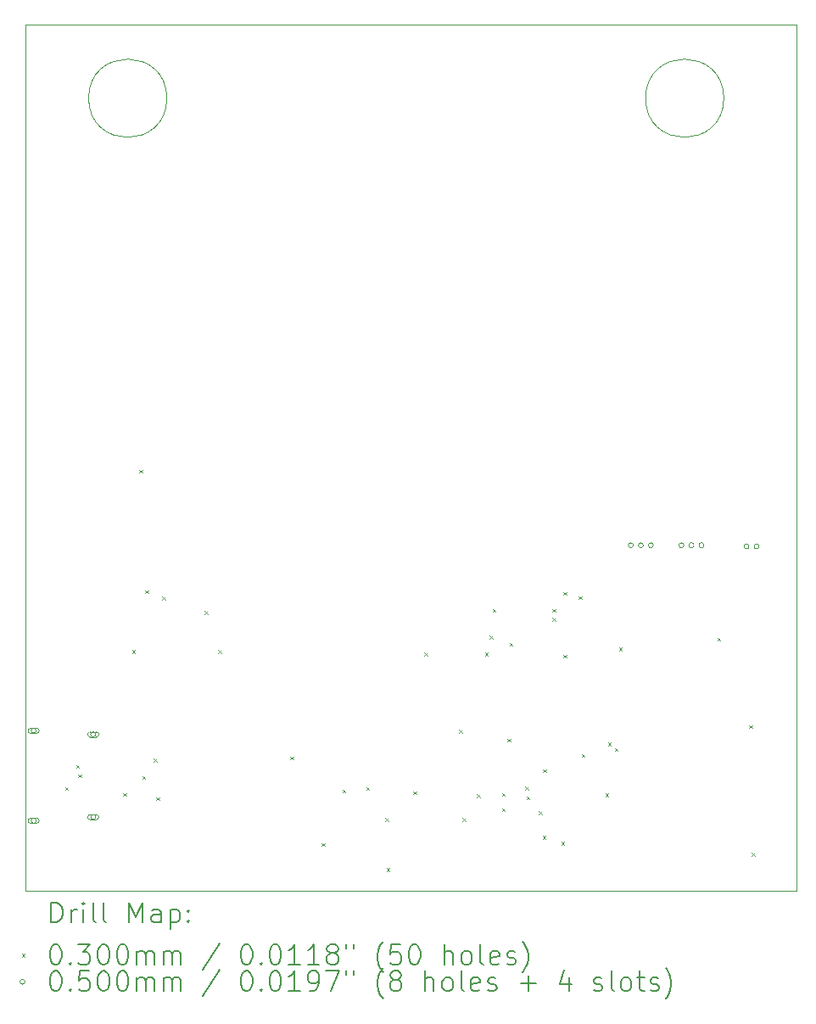
<source format=gbr>
%TF.GenerationSoftware,KiCad,Pcbnew,8.0.6-8.0.6-0~ubuntu22.04.1*%
%TF.CreationDate,2024-12-08T13:18:47-05:00*%
%TF.ProjectId,badge,62616467-652e-46b6-9963-61645f706362,rev?*%
%TF.SameCoordinates,Original*%
%TF.FileFunction,Drillmap*%
%TF.FilePolarity,Positive*%
%FSLAX45Y45*%
G04 Gerber Fmt 4.5, Leading zero omitted, Abs format (unit mm)*
G04 Created by KiCad (PCBNEW 8.0.6-8.0.6-0~ubuntu22.04.1) date 2024-12-08 13:18:47*
%MOMM*%
%LPD*%
G01*
G04 APERTURE LIST*
%ADD10C,0.050000*%
%ADD11C,0.200000*%
%ADD12C,0.100000*%
G04 APERTURE END LIST*
D10*
X11476640Y-5761360D02*
X19176640Y-5761360D01*
X19176640Y-14411360D01*
X11476640Y-14411360D01*
X11476640Y-5761360D01*
X18450000Y-6500000D02*
G75*
G02*
X17668975Y-6500000I-390513J0D01*
G01*
X17668975Y-6500000D02*
G75*
G02*
X18450000Y-6500000I390513J0D01*
G01*
X12890512Y-6500000D02*
G75*
G02*
X12109487Y-6500000I-390513J0D01*
G01*
X12109487Y-6500000D02*
G75*
G02*
X12890512Y-6500000I390513J0D01*
G01*
D11*
D12*
X11875000Y-13375000D02*
X11905000Y-13405000D01*
X11905000Y-13375000D02*
X11875000Y-13405000D01*
X11985000Y-13155000D02*
X12015000Y-13185000D01*
X12015000Y-13155000D02*
X11985000Y-13185000D01*
X12006360Y-13246360D02*
X12036360Y-13276360D01*
X12036360Y-13246360D02*
X12006360Y-13276360D01*
X12455000Y-13435000D02*
X12485000Y-13465000D01*
X12485000Y-13435000D02*
X12455000Y-13465000D01*
X12545400Y-12006940D02*
X12575400Y-12036940D01*
X12575400Y-12006940D02*
X12545400Y-12036940D01*
X12614450Y-10209510D02*
X12644450Y-10239510D01*
X12644450Y-10209510D02*
X12614450Y-10239510D01*
X12645000Y-13265000D02*
X12675000Y-13295000D01*
X12675000Y-13265000D02*
X12645000Y-13295000D01*
X12676390Y-11410520D02*
X12706390Y-11440520D01*
X12706390Y-11410520D02*
X12676390Y-11440520D01*
X12761670Y-13090500D02*
X12791670Y-13120500D01*
X12791670Y-13090500D02*
X12761670Y-13120500D01*
X12785000Y-13475000D02*
X12815000Y-13505000D01*
X12815000Y-13475000D02*
X12785000Y-13505000D01*
X12843600Y-11475530D02*
X12873600Y-11505530D01*
X12873600Y-11475530D02*
X12843600Y-11505530D01*
X13267440Y-11619580D02*
X13297440Y-11649580D01*
X13297440Y-11619580D02*
X13267440Y-11649580D01*
X13403780Y-12006940D02*
X13433780Y-12036940D01*
X13433780Y-12006940D02*
X13403780Y-12036940D01*
X14122000Y-13070860D02*
X14152000Y-13100860D01*
X14152000Y-13070860D02*
X14122000Y-13100860D01*
X14435000Y-13935000D02*
X14465000Y-13965000D01*
X14465000Y-13935000D02*
X14435000Y-13965000D01*
X14642000Y-13399680D02*
X14672000Y-13429680D01*
X14672000Y-13399680D02*
X14642000Y-13429680D01*
X14878520Y-13372740D02*
X14908520Y-13402740D01*
X14908520Y-13372740D02*
X14878520Y-13402740D01*
X15070390Y-13685040D02*
X15100390Y-13715040D01*
X15100390Y-13685040D02*
X15070390Y-13715040D01*
X15085000Y-14185000D02*
X15115000Y-14215000D01*
X15115000Y-14185000D02*
X15085000Y-14215000D01*
X15349490Y-13417220D02*
X15379490Y-13447220D01*
X15379490Y-13417220D02*
X15349490Y-13447220D01*
X15459500Y-12034200D02*
X15489500Y-12064200D01*
X15489500Y-12034200D02*
X15459500Y-12064200D01*
X15807530Y-12803170D02*
X15837530Y-12833170D01*
X15837530Y-12803170D02*
X15807530Y-12833170D01*
X15843170Y-13685040D02*
X15873170Y-13715040D01*
X15873170Y-13685040D02*
X15843170Y-13715040D01*
X15986360Y-13445080D02*
X16016360Y-13475080D01*
X16016360Y-13445080D02*
X15986360Y-13475080D01*
X16067500Y-12034200D02*
X16097500Y-12064200D01*
X16097500Y-12034200D02*
X16067500Y-12064200D01*
X16111590Y-11863540D02*
X16141590Y-11893540D01*
X16141590Y-11863540D02*
X16111590Y-11893540D01*
X16143160Y-11595760D02*
X16173160Y-11625760D01*
X16173160Y-11595760D02*
X16143160Y-11625760D01*
X16235000Y-13435000D02*
X16265000Y-13465000D01*
X16265000Y-13435000D02*
X16235000Y-13465000D01*
X16235000Y-13585000D02*
X16265000Y-13615000D01*
X16265000Y-13585000D02*
X16235000Y-13615000D01*
X16290830Y-12892070D02*
X16320830Y-12922070D01*
X16320830Y-12892070D02*
X16290830Y-12922070D01*
X16309680Y-11933850D02*
X16339680Y-11963850D01*
X16339680Y-11933850D02*
X16309680Y-11963850D01*
X16468770Y-13368780D02*
X16498770Y-13398780D01*
X16498770Y-13368780D02*
X16468770Y-13398780D01*
X16482020Y-13468720D02*
X16512020Y-13498720D01*
X16512020Y-13468720D02*
X16482020Y-13498720D01*
X16603090Y-13617670D02*
X16633090Y-13647670D01*
X16633090Y-13617670D02*
X16603090Y-13647670D01*
X16642000Y-13859180D02*
X16672000Y-13889180D01*
X16672000Y-13859180D02*
X16642000Y-13889180D01*
X16644600Y-13194830D02*
X16674600Y-13224830D01*
X16674600Y-13194830D02*
X16644600Y-13224830D01*
X16737000Y-11595760D02*
X16767000Y-11625760D01*
X16767000Y-11595760D02*
X16737000Y-11625760D01*
X16737020Y-11683470D02*
X16767020Y-11713470D01*
X16767020Y-11683470D02*
X16737020Y-11713470D01*
X16827130Y-13919350D02*
X16857130Y-13949350D01*
X16857130Y-13919350D02*
X16827130Y-13949350D01*
X16847270Y-12053930D02*
X16877270Y-12083930D01*
X16877270Y-12053930D02*
X16847270Y-12083930D01*
X16850520Y-11427060D02*
X16880520Y-11457060D01*
X16880520Y-11427060D02*
X16850520Y-11457060D01*
X17003270Y-11467770D02*
X17033270Y-11497770D01*
X17033270Y-11467770D02*
X17003270Y-11497770D01*
X17032080Y-13045980D02*
X17062080Y-13075980D01*
X17062080Y-13045980D02*
X17032080Y-13075980D01*
X17268710Y-13437370D02*
X17298710Y-13467370D01*
X17298710Y-13437370D02*
X17268710Y-13467370D01*
X17294530Y-12932260D02*
X17324530Y-12962260D01*
X17324530Y-12932260D02*
X17294530Y-12962260D01*
X17361270Y-12983280D02*
X17391270Y-13013280D01*
X17391270Y-12983280D02*
X17361270Y-13013280D01*
X17402400Y-11980790D02*
X17432400Y-12010790D01*
X17432400Y-11980790D02*
X17402400Y-12010790D01*
X18385000Y-11885000D02*
X18415000Y-11915000D01*
X18415000Y-11885000D02*
X18385000Y-11915000D01*
X18703140Y-12757360D02*
X18733140Y-12787360D01*
X18733140Y-12757360D02*
X18703140Y-12787360D01*
X18726390Y-14030350D02*
X18756390Y-14060350D01*
X18756390Y-14030350D02*
X18726390Y-14060350D01*
X11585640Y-12812360D02*
G75*
G02*
X11535640Y-12812360I-25000J0D01*
G01*
X11535640Y-12812360D02*
G75*
G02*
X11585640Y-12812360I25000J0D01*
G01*
X11590640Y-12787360D02*
X11530640Y-12787360D01*
X11530640Y-12837360D02*
G75*
G02*
X11530640Y-12787360I0J25000D01*
G01*
X11530640Y-12837360D02*
X11590640Y-12837360D01*
X11590640Y-12837360D02*
G75*
G03*
X11590640Y-12787360I0J25000D01*
G01*
X11585640Y-13710360D02*
G75*
G02*
X11535640Y-13710360I-25000J0D01*
G01*
X11535640Y-13710360D02*
G75*
G02*
X11585640Y-13710360I25000J0D01*
G01*
X11590640Y-13685360D02*
X11530640Y-13685360D01*
X11530640Y-13735360D02*
G75*
G02*
X11530640Y-13685360I0J25000D01*
G01*
X11530640Y-13735360D02*
X11590640Y-13735360D01*
X11590640Y-13735360D02*
G75*
G03*
X11590640Y-13685360I0J25000D01*
G01*
X12180640Y-12848360D02*
G75*
G02*
X12130640Y-12848360I-25000J0D01*
G01*
X12130640Y-12848360D02*
G75*
G02*
X12180640Y-12848360I25000J0D01*
G01*
X12185640Y-12823360D02*
X12125640Y-12823360D01*
X12125640Y-12873360D02*
G75*
G02*
X12125640Y-12823360I0J25000D01*
G01*
X12125640Y-12873360D02*
X12185640Y-12873360D01*
X12185640Y-12873360D02*
G75*
G03*
X12185640Y-12823360I0J25000D01*
G01*
X12180640Y-13674360D02*
G75*
G02*
X12130640Y-13674360I-25000J0D01*
G01*
X12130640Y-13674360D02*
G75*
G02*
X12180640Y-13674360I25000J0D01*
G01*
X12185640Y-13649360D02*
X12125640Y-13649360D01*
X12125640Y-13699360D02*
G75*
G02*
X12125640Y-13649360I0J25000D01*
G01*
X12125640Y-13699360D02*
X12185640Y-13699360D01*
X12185640Y-13699360D02*
G75*
G03*
X12185640Y-13649360I0J25000D01*
G01*
X17546640Y-10961360D02*
G75*
G02*
X17496640Y-10961360I-25000J0D01*
G01*
X17496640Y-10961360D02*
G75*
G02*
X17546640Y-10961360I25000J0D01*
G01*
X17646640Y-10961360D02*
G75*
G02*
X17596640Y-10961360I-25000J0D01*
G01*
X17596640Y-10961360D02*
G75*
G02*
X17646640Y-10961360I25000J0D01*
G01*
X17746640Y-10961360D02*
G75*
G02*
X17696640Y-10961360I-25000J0D01*
G01*
X17696640Y-10961360D02*
G75*
G02*
X17746640Y-10961360I25000J0D01*
G01*
X18051640Y-10961360D02*
G75*
G02*
X18001640Y-10961360I-25000J0D01*
G01*
X18001640Y-10961360D02*
G75*
G02*
X18051640Y-10961360I25000J0D01*
G01*
X18151640Y-10961360D02*
G75*
G02*
X18101640Y-10961360I-25000J0D01*
G01*
X18101640Y-10961360D02*
G75*
G02*
X18151640Y-10961360I25000J0D01*
G01*
X18251640Y-10961360D02*
G75*
G02*
X18201640Y-10961360I-25000J0D01*
G01*
X18201640Y-10961360D02*
G75*
G02*
X18251640Y-10961360I25000J0D01*
G01*
X18701640Y-10973860D02*
G75*
G02*
X18651640Y-10973860I-25000J0D01*
G01*
X18651640Y-10973860D02*
G75*
G02*
X18701640Y-10973860I25000J0D01*
G01*
X18801640Y-10973860D02*
G75*
G02*
X18751640Y-10973860I-25000J0D01*
G01*
X18751640Y-10973860D02*
G75*
G02*
X18801640Y-10973860I25000J0D01*
G01*
D11*
X11734917Y-14725344D02*
X11734917Y-14525344D01*
X11734917Y-14525344D02*
X11782536Y-14525344D01*
X11782536Y-14525344D02*
X11811107Y-14534868D01*
X11811107Y-14534868D02*
X11830155Y-14553915D01*
X11830155Y-14553915D02*
X11839679Y-14572963D01*
X11839679Y-14572963D02*
X11849202Y-14611058D01*
X11849202Y-14611058D02*
X11849202Y-14639630D01*
X11849202Y-14639630D02*
X11839679Y-14677725D01*
X11839679Y-14677725D02*
X11830155Y-14696772D01*
X11830155Y-14696772D02*
X11811107Y-14715820D01*
X11811107Y-14715820D02*
X11782536Y-14725344D01*
X11782536Y-14725344D02*
X11734917Y-14725344D01*
X11934917Y-14725344D02*
X11934917Y-14592010D01*
X11934917Y-14630106D02*
X11944441Y-14611058D01*
X11944441Y-14611058D02*
X11953964Y-14601534D01*
X11953964Y-14601534D02*
X11973012Y-14592010D01*
X11973012Y-14592010D02*
X11992060Y-14592010D01*
X12058726Y-14725344D02*
X12058726Y-14592010D01*
X12058726Y-14525344D02*
X12049202Y-14534868D01*
X12049202Y-14534868D02*
X12058726Y-14544391D01*
X12058726Y-14544391D02*
X12068250Y-14534868D01*
X12068250Y-14534868D02*
X12058726Y-14525344D01*
X12058726Y-14525344D02*
X12058726Y-14544391D01*
X12182536Y-14725344D02*
X12163488Y-14715820D01*
X12163488Y-14715820D02*
X12153964Y-14696772D01*
X12153964Y-14696772D02*
X12153964Y-14525344D01*
X12287298Y-14725344D02*
X12268250Y-14715820D01*
X12268250Y-14715820D02*
X12258726Y-14696772D01*
X12258726Y-14696772D02*
X12258726Y-14525344D01*
X12515869Y-14725344D02*
X12515869Y-14525344D01*
X12515869Y-14525344D02*
X12582536Y-14668201D01*
X12582536Y-14668201D02*
X12649202Y-14525344D01*
X12649202Y-14525344D02*
X12649202Y-14725344D01*
X12830155Y-14725344D02*
X12830155Y-14620582D01*
X12830155Y-14620582D02*
X12820631Y-14601534D01*
X12820631Y-14601534D02*
X12801583Y-14592010D01*
X12801583Y-14592010D02*
X12763488Y-14592010D01*
X12763488Y-14592010D02*
X12744441Y-14601534D01*
X12830155Y-14715820D02*
X12811107Y-14725344D01*
X12811107Y-14725344D02*
X12763488Y-14725344D01*
X12763488Y-14725344D02*
X12744441Y-14715820D01*
X12744441Y-14715820D02*
X12734917Y-14696772D01*
X12734917Y-14696772D02*
X12734917Y-14677725D01*
X12734917Y-14677725D02*
X12744441Y-14658677D01*
X12744441Y-14658677D02*
X12763488Y-14649153D01*
X12763488Y-14649153D02*
X12811107Y-14649153D01*
X12811107Y-14649153D02*
X12830155Y-14639630D01*
X12925393Y-14592010D02*
X12925393Y-14792010D01*
X12925393Y-14601534D02*
X12944441Y-14592010D01*
X12944441Y-14592010D02*
X12982536Y-14592010D01*
X12982536Y-14592010D02*
X13001583Y-14601534D01*
X13001583Y-14601534D02*
X13011107Y-14611058D01*
X13011107Y-14611058D02*
X13020631Y-14630106D01*
X13020631Y-14630106D02*
X13020631Y-14687249D01*
X13020631Y-14687249D02*
X13011107Y-14706296D01*
X13011107Y-14706296D02*
X13001583Y-14715820D01*
X13001583Y-14715820D02*
X12982536Y-14725344D01*
X12982536Y-14725344D02*
X12944441Y-14725344D01*
X12944441Y-14725344D02*
X12925393Y-14715820D01*
X13106345Y-14706296D02*
X13115869Y-14715820D01*
X13115869Y-14715820D02*
X13106345Y-14725344D01*
X13106345Y-14725344D02*
X13096822Y-14715820D01*
X13096822Y-14715820D02*
X13106345Y-14706296D01*
X13106345Y-14706296D02*
X13106345Y-14725344D01*
X13106345Y-14601534D02*
X13115869Y-14611058D01*
X13115869Y-14611058D02*
X13106345Y-14620582D01*
X13106345Y-14620582D02*
X13096822Y-14611058D01*
X13096822Y-14611058D02*
X13106345Y-14601534D01*
X13106345Y-14601534D02*
X13106345Y-14620582D01*
D12*
X11444140Y-15038860D02*
X11474140Y-15068860D01*
X11474140Y-15038860D02*
X11444140Y-15068860D01*
D11*
X11773012Y-14945344D02*
X11792060Y-14945344D01*
X11792060Y-14945344D02*
X11811107Y-14954868D01*
X11811107Y-14954868D02*
X11820631Y-14964391D01*
X11820631Y-14964391D02*
X11830155Y-14983439D01*
X11830155Y-14983439D02*
X11839679Y-15021534D01*
X11839679Y-15021534D02*
X11839679Y-15069153D01*
X11839679Y-15069153D02*
X11830155Y-15107249D01*
X11830155Y-15107249D02*
X11820631Y-15126296D01*
X11820631Y-15126296D02*
X11811107Y-15135820D01*
X11811107Y-15135820D02*
X11792060Y-15145344D01*
X11792060Y-15145344D02*
X11773012Y-15145344D01*
X11773012Y-15145344D02*
X11753964Y-15135820D01*
X11753964Y-15135820D02*
X11744441Y-15126296D01*
X11744441Y-15126296D02*
X11734917Y-15107249D01*
X11734917Y-15107249D02*
X11725393Y-15069153D01*
X11725393Y-15069153D02*
X11725393Y-15021534D01*
X11725393Y-15021534D02*
X11734917Y-14983439D01*
X11734917Y-14983439D02*
X11744441Y-14964391D01*
X11744441Y-14964391D02*
X11753964Y-14954868D01*
X11753964Y-14954868D02*
X11773012Y-14945344D01*
X11925393Y-15126296D02*
X11934917Y-15135820D01*
X11934917Y-15135820D02*
X11925393Y-15145344D01*
X11925393Y-15145344D02*
X11915869Y-15135820D01*
X11915869Y-15135820D02*
X11925393Y-15126296D01*
X11925393Y-15126296D02*
X11925393Y-15145344D01*
X12001583Y-14945344D02*
X12125393Y-14945344D01*
X12125393Y-14945344D02*
X12058726Y-15021534D01*
X12058726Y-15021534D02*
X12087298Y-15021534D01*
X12087298Y-15021534D02*
X12106345Y-15031058D01*
X12106345Y-15031058D02*
X12115869Y-15040582D01*
X12115869Y-15040582D02*
X12125393Y-15059630D01*
X12125393Y-15059630D02*
X12125393Y-15107249D01*
X12125393Y-15107249D02*
X12115869Y-15126296D01*
X12115869Y-15126296D02*
X12106345Y-15135820D01*
X12106345Y-15135820D02*
X12087298Y-15145344D01*
X12087298Y-15145344D02*
X12030155Y-15145344D01*
X12030155Y-15145344D02*
X12011107Y-15135820D01*
X12011107Y-15135820D02*
X12001583Y-15126296D01*
X12249202Y-14945344D02*
X12268250Y-14945344D01*
X12268250Y-14945344D02*
X12287298Y-14954868D01*
X12287298Y-14954868D02*
X12296822Y-14964391D01*
X12296822Y-14964391D02*
X12306345Y-14983439D01*
X12306345Y-14983439D02*
X12315869Y-15021534D01*
X12315869Y-15021534D02*
X12315869Y-15069153D01*
X12315869Y-15069153D02*
X12306345Y-15107249D01*
X12306345Y-15107249D02*
X12296822Y-15126296D01*
X12296822Y-15126296D02*
X12287298Y-15135820D01*
X12287298Y-15135820D02*
X12268250Y-15145344D01*
X12268250Y-15145344D02*
X12249202Y-15145344D01*
X12249202Y-15145344D02*
X12230155Y-15135820D01*
X12230155Y-15135820D02*
X12220631Y-15126296D01*
X12220631Y-15126296D02*
X12211107Y-15107249D01*
X12211107Y-15107249D02*
X12201583Y-15069153D01*
X12201583Y-15069153D02*
X12201583Y-15021534D01*
X12201583Y-15021534D02*
X12211107Y-14983439D01*
X12211107Y-14983439D02*
X12220631Y-14964391D01*
X12220631Y-14964391D02*
X12230155Y-14954868D01*
X12230155Y-14954868D02*
X12249202Y-14945344D01*
X12439679Y-14945344D02*
X12458726Y-14945344D01*
X12458726Y-14945344D02*
X12477774Y-14954868D01*
X12477774Y-14954868D02*
X12487298Y-14964391D01*
X12487298Y-14964391D02*
X12496822Y-14983439D01*
X12496822Y-14983439D02*
X12506345Y-15021534D01*
X12506345Y-15021534D02*
X12506345Y-15069153D01*
X12506345Y-15069153D02*
X12496822Y-15107249D01*
X12496822Y-15107249D02*
X12487298Y-15126296D01*
X12487298Y-15126296D02*
X12477774Y-15135820D01*
X12477774Y-15135820D02*
X12458726Y-15145344D01*
X12458726Y-15145344D02*
X12439679Y-15145344D01*
X12439679Y-15145344D02*
X12420631Y-15135820D01*
X12420631Y-15135820D02*
X12411107Y-15126296D01*
X12411107Y-15126296D02*
X12401583Y-15107249D01*
X12401583Y-15107249D02*
X12392060Y-15069153D01*
X12392060Y-15069153D02*
X12392060Y-15021534D01*
X12392060Y-15021534D02*
X12401583Y-14983439D01*
X12401583Y-14983439D02*
X12411107Y-14964391D01*
X12411107Y-14964391D02*
X12420631Y-14954868D01*
X12420631Y-14954868D02*
X12439679Y-14945344D01*
X12592060Y-15145344D02*
X12592060Y-15012010D01*
X12592060Y-15031058D02*
X12601583Y-15021534D01*
X12601583Y-15021534D02*
X12620631Y-15012010D01*
X12620631Y-15012010D02*
X12649203Y-15012010D01*
X12649203Y-15012010D02*
X12668250Y-15021534D01*
X12668250Y-15021534D02*
X12677774Y-15040582D01*
X12677774Y-15040582D02*
X12677774Y-15145344D01*
X12677774Y-15040582D02*
X12687298Y-15021534D01*
X12687298Y-15021534D02*
X12706345Y-15012010D01*
X12706345Y-15012010D02*
X12734917Y-15012010D01*
X12734917Y-15012010D02*
X12753964Y-15021534D01*
X12753964Y-15021534D02*
X12763488Y-15040582D01*
X12763488Y-15040582D02*
X12763488Y-15145344D01*
X12858726Y-15145344D02*
X12858726Y-15012010D01*
X12858726Y-15031058D02*
X12868250Y-15021534D01*
X12868250Y-15021534D02*
X12887298Y-15012010D01*
X12887298Y-15012010D02*
X12915869Y-15012010D01*
X12915869Y-15012010D02*
X12934917Y-15021534D01*
X12934917Y-15021534D02*
X12944441Y-15040582D01*
X12944441Y-15040582D02*
X12944441Y-15145344D01*
X12944441Y-15040582D02*
X12953964Y-15021534D01*
X12953964Y-15021534D02*
X12973012Y-15012010D01*
X12973012Y-15012010D02*
X13001583Y-15012010D01*
X13001583Y-15012010D02*
X13020631Y-15021534D01*
X13020631Y-15021534D02*
X13030155Y-15040582D01*
X13030155Y-15040582D02*
X13030155Y-15145344D01*
X13420631Y-14935820D02*
X13249203Y-15192963D01*
X13677774Y-14945344D02*
X13696822Y-14945344D01*
X13696822Y-14945344D02*
X13715869Y-14954868D01*
X13715869Y-14954868D02*
X13725393Y-14964391D01*
X13725393Y-14964391D02*
X13734917Y-14983439D01*
X13734917Y-14983439D02*
X13744441Y-15021534D01*
X13744441Y-15021534D02*
X13744441Y-15069153D01*
X13744441Y-15069153D02*
X13734917Y-15107249D01*
X13734917Y-15107249D02*
X13725393Y-15126296D01*
X13725393Y-15126296D02*
X13715869Y-15135820D01*
X13715869Y-15135820D02*
X13696822Y-15145344D01*
X13696822Y-15145344D02*
X13677774Y-15145344D01*
X13677774Y-15145344D02*
X13658726Y-15135820D01*
X13658726Y-15135820D02*
X13649203Y-15126296D01*
X13649203Y-15126296D02*
X13639679Y-15107249D01*
X13639679Y-15107249D02*
X13630155Y-15069153D01*
X13630155Y-15069153D02*
X13630155Y-15021534D01*
X13630155Y-15021534D02*
X13639679Y-14983439D01*
X13639679Y-14983439D02*
X13649203Y-14964391D01*
X13649203Y-14964391D02*
X13658726Y-14954868D01*
X13658726Y-14954868D02*
X13677774Y-14945344D01*
X13830155Y-15126296D02*
X13839679Y-15135820D01*
X13839679Y-15135820D02*
X13830155Y-15145344D01*
X13830155Y-15145344D02*
X13820631Y-15135820D01*
X13820631Y-15135820D02*
X13830155Y-15126296D01*
X13830155Y-15126296D02*
X13830155Y-15145344D01*
X13963488Y-14945344D02*
X13982536Y-14945344D01*
X13982536Y-14945344D02*
X14001584Y-14954868D01*
X14001584Y-14954868D02*
X14011107Y-14964391D01*
X14011107Y-14964391D02*
X14020631Y-14983439D01*
X14020631Y-14983439D02*
X14030155Y-15021534D01*
X14030155Y-15021534D02*
X14030155Y-15069153D01*
X14030155Y-15069153D02*
X14020631Y-15107249D01*
X14020631Y-15107249D02*
X14011107Y-15126296D01*
X14011107Y-15126296D02*
X14001584Y-15135820D01*
X14001584Y-15135820D02*
X13982536Y-15145344D01*
X13982536Y-15145344D02*
X13963488Y-15145344D01*
X13963488Y-15145344D02*
X13944441Y-15135820D01*
X13944441Y-15135820D02*
X13934917Y-15126296D01*
X13934917Y-15126296D02*
X13925393Y-15107249D01*
X13925393Y-15107249D02*
X13915869Y-15069153D01*
X13915869Y-15069153D02*
X13915869Y-15021534D01*
X13915869Y-15021534D02*
X13925393Y-14983439D01*
X13925393Y-14983439D02*
X13934917Y-14964391D01*
X13934917Y-14964391D02*
X13944441Y-14954868D01*
X13944441Y-14954868D02*
X13963488Y-14945344D01*
X14220631Y-15145344D02*
X14106346Y-15145344D01*
X14163488Y-15145344D02*
X14163488Y-14945344D01*
X14163488Y-14945344D02*
X14144441Y-14973915D01*
X14144441Y-14973915D02*
X14125393Y-14992963D01*
X14125393Y-14992963D02*
X14106346Y-15002487D01*
X14411107Y-15145344D02*
X14296822Y-15145344D01*
X14353965Y-15145344D02*
X14353965Y-14945344D01*
X14353965Y-14945344D02*
X14334917Y-14973915D01*
X14334917Y-14973915D02*
X14315869Y-14992963D01*
X14315869Y-14992963D02*
X14296822Y-15002487D01*
X14525393Y-15031058D02*
X14506346Y-15021534D01*
X14506346Y-15021534D02*
X14496822Y-15012010D01*
X14496822Y-15012010D02*
X14487298Y-14992963D01*
X14487298Y-14992963D02*
X14487298Y-14983439D01*
X14487298Y-14983439D02*
X14496822Y-14964391D01*
X14496822Y-14964391D02*
X14506346Y-14954868D01*
X14506346Y-14954868D02*
X14525393Y-14945344D01*
X14525393Y-14945344D02*
X14563488Y-14945344D01*
X14563488Y-14945344D02*
X14582536Y-14954868D01*
X14582536Y-14954868D02*
X14592060Y-14964391D01*
X14592060Y-14964391D02*
X14601584Y-14983439D01*
X14601584Y-14983439D02*
X14601584Y-14992963D01*
X14601584Y-14992963D02*
X14592060Y-15012010D01*
X14592060Y-15012010D02*
X14582536Y-15021534D01*
X14582536Y-15021534D02*
X14563488Y-15031058D01*
X14563488Y-15031058D02*
X14525393Y-15031058D01*
X14525393Y-15031058D02*
X14506346Y-15040582D01*
X14506346Y-15040582D02*
X14496822Y-15050106D01*
X14496822Y-15050106D02*
X14487298Y-15069153D01*
X14487298Y-15069153D02*
X14487298Y-15107249D01*
X14487298Y-15107249D02*
X14496822Y-15126296D01*
X14496822Y-15126296D02*
X14506346Y-15135820D01*
X14506346Y-15135820D02*
X14525393Y-15145344D01*
X14525393Y-15145344D02*
X14563488Y-15145344D01*
X14563488Y-15145344D02*
X14582536Y-15135820D01*
X14582536Y-15135820D02*
X14592060Y-15126296D01*
X14592060Y-15126296D02*
X14601584Y-15107249D01*
X14601584Y-15107249D02*
X14601584Y-15069153D01*
X14601584Y-15069153D02*
X14592060Y-15050106D01*
X14592060Y-15050106D02*
X14582536Y-15040582D01*
X14582536Y-15040582D02*
X14563488Y-15031058D01*
X14677774Y-14945344D02*
X14677774Y-14983439D01*
X14753965Y-14945344D02*
X14753965Y-14983439D01*
X15049203Y-15221534D02*
X15039679Y-15212010D01*
X15039679Y-15212010D02*
X15020631Y-15183439D01*
X15020631Y-15183439D02*
X15011108Y-15164391D01*
X15011108Y-15164391D02*
X15001584Y-15135820D01*
X15001584Y-15135820D02*
X14992060Y-15088201D01*
X14992060Y-15088201D02*
X14992060Y-15050106D01*
X14992060Y-15050106D02*
X15001584Y-15002487D01*
X15001584Y-15002487D02*
X15011108Y-14973915D01*
X15011108Y-14973915D02*
X15020631Y-14954868D01*
X15020631Y-14954868D02*
X15039679Y-14926296D01*
X15039679Y-14926296D02*
X15049203Y-14916772D01*
X15220631Y-14945344D02*
X15125393Y-14945344D01*
X15125393Y-14945344D02*
X15115869Y-15040582D01*
X15115869Y-15040582D02*
X15125393Y-15031058D01*
X15125393Y-15031058D02*
X15144441Y-15021534D01*
X15144441Y-15021534D02*
X15192060Y-15021534D01*
X15192060Y-15021534D02*
X15211108Y-15031058D01*
X15211108Y-15031058D02*
X15220631Y-15040582D01*
X15220631Y-15040582D02*
X15230155Y-15059630D01*
X15230155Y-15059630D02*
X15230155Y-15107249D01*
X15230155Y-15107249D02*
X15220631Y-15126296D01*
X15220631Y-15126296D02*
X15211108Y-15135820D01*
X15211108Y-15135820D02*
X15192060Y-15145344D01*
X15192060Y-15145344D02*
X15144441Y-15145344D01*
X15144441Y-15145344D02*
X15125393Y-15135820D01*
X15125393Y-15135820D02*
X15115869Y-15126296D01*
X15353965Y-14945344D02*
X15373012Y-14945344D01*
X15373012Y-14945344D02*
X15392060Y-14954868D01*
X15392060Y-14954868D02*
X15401584Y-14964391D01*
X15401584Y-14964391D02*
X15411108Y-14983439D01*
X15411108Y-14983439D02*
X15420631Y-15021534D01*
X15420631Y-15021534D02*
X15420631Y-15069153D01*
X15420631Y-15069153D02*
X15411108Y-15107249D01*
X15411108Y-15107249D02*
X15401584Y-15126296D01*
X15401584Y-15126296D02*
X15392060Y-15135820D01*
X15392060Y-15135820D02*
X15373012Y-15145344D01*
X15373012Y-15145344D02*
X15353965Y-15145344D01*
X15353965Y-15145344D02*
X15334917Y-15135820D01*
X15334917Y-15135820D02*
X15325393Y-15126296D01*
X15325393Y-15126296D02*
X15315869Y-15107249D01*
X15315869Y-15107249D02*
X15306346Y-15069153D01*
X15306346Y-15069153D02*
X15306346Y-15021534D01*
X15306346Y-15021534D02*
X15315869Y-14983439D01*
X15315869Y-14983439D02*
X15325393Y-14964391D01*
X15325393Y-14964391D02*
X15334917Y-14954868D01*
X15334917Y-14954868D02*
X15353965Y-14945344D01*
X15658727Y-15145344D02*
X15658727Y-14945344D01*
X15744441Y-15145344D02*
X15744441Y-15040582D01*
X15744441Y-15040582D02*
X15734917Y-15021534D01*
X15734917Y-15021534D02*
X15715870Y-15012010D01*
X15715870Y-15012010D02*
X15687298Y-15012010D01*
X15687298Y-15012010D02*
X15668250Y-15021534D01*
X15668250Y-15021534D02*
X15658727Y-15031058D01*
X15868250Y-15145344D02*
X15849203Y-15135820D01*
X15849203Y-15135820D02*
X15839679Y-15126296D01*
X15839679Y-15126296D02*
X15830155Y-15107249D01*
X15830155Y-15107249D02*
X15830155Y-15050106D01*
X15830155Y-15050106D02*
X15839679Y-15031058D01*
X15839679Y-15031058D02*
X15849203Y-15021534D01*
X15849203Y-15021534D02*
X15868250Y-15012010D01*
X15868250Y-15012010D02*
X15896822Y-15012010D01*
X15896822Y-15012010D02*
X15915870Y-15021534D01*
X15915870Y-15021534D02*
X15925393Y-15031058D01*
X15925393Y-15031058D02*
X15934917Y-15050106D01*
X15934917Y-15050106D02*
X15934917Y-15107249D01*
X15934917Y-15107249D02*
X15925393Y-15126296D01*
X15925393Y-15126296D02*
X15915870Y-15135820D01*
X15915870Y-15135820D02*
X15896822Y-15145344D01*
X15896822Y-15145344D02*
X15868250Y-15145344D01*
X16049203Y-15145344D02*
X16030155Y-15135820D01*
X16030155Y-15135820D02*
X16020631Y-15116772D01*
X16020631Y-15116772D02*
X16020631Y-14945344D01*
X16201584Y-15135820D02*
X16182536Y-15145344D01*
X16182536Y-15145344D02*
X16144441Y-15145344D01*
X16144441Y-15145344D02*
X16125393Y-15135820D01*
X16125393Y-15135820D02*
X16115870Y-15116772D01*
X16115870Y-15116772D02*
X16115870Y-15040582D01*
X16115870Y-15040582D02*
X16125393Y-15021534D01*
X16125393Y-15021534D02*
X16144441Y-15012010D01*
X16144441Y-15012010D02*
X16182536Y-15012010D01*
X16182536Y-15012010D02*
X16201584Y-15021534D01*
X16201584Y-15021534D02*
X16211108Y-15040582D01*
X16211108Y-15040582D02*
X16211108Y-15059630D01*
X16211108Y-15059630D02*
X16115870Y-15078677D01*
X16287298Y-15135820D02*
X16306346Y-15145344D01*
X16306346Y-15145344D02*
X16344441Y-15145344D01*
X16344441Y-15145344D02*
X16363489Y-15135820D01*
X16363489Y-15135820D02*
X16373012Y-15116772D01*
X16373012Y-15116772D02*
X16373012Y-15107249D01*
X16373012Y-15107249D02*
X16363489Y-15088201D01*
X16363489Y-15088201D02*
X16344441Y-15078677D01*
X16344441Y-15078677D02*
X16315870Y-15078677D01*
X16315870Y-15078677D02*
X16296822Y-15069153D01*
X16296822Y-15069153D02*
X16287298Y-15050106D01*
X16287298Y-15050106D02*
X16287298Y-15040582D01*
X16287298Y-15040582D02*
X16296822Y-15021534D01*
X16296822Y-15021534D02*
X16315870Y-15012010D01*
X16315870Y-15012010D02*
X16344441Y-15012010D01*
X16344441Y-15012010D02*
X16363489Y-15021534D01*
X16439679Y-15221534D02*
X16449203Y-15212010D01*
X16449203Y-15212010D02*
X16468251Y-15183439D01*
X16468251Y-15183439D02*
X16477774Y-15164391D01*
X16477774Y-15164391D02*
X16487298Y-15135820D01*
X16487298Y-15135820D02*
X16496822Y-15088201D01*
X16496822Y-15088201D02*
X16496822Y-15050106D01*
X16496822Y-15050106D02*
X16487298Y-15002487D01*
X16487298Y-15002487D02*
X16477774Y-14973915D01*
X16477774Y-14973915D02*
X16468251Y-14954868D01*
X16468251Y-14954868D02*
X16449203Y-14926296D01*
X16449203Y-14926296D02*
X16439679Y-14916772D01*
D12*
X11474140Y-15317860D02*
G75*
G02*
X11424140Y-15317860I-25000J0D01*
G01*
X11424140Y-15317860D02*
G75*
G02*
X11474140Y-15317860I25000J0D01*
G01*
D11*
X11773012Y-15209344D02*
X11792060Y-15209344D01*
X11792060Y-15209344D02*
X11811107Y-15218868D01*
X11811107Y-15218868D02*
X11820631Y-15228391D01*
X11820631Y-15228391D02*
X11830155Y-15247439D01*
X11830155Y-15247439D02*
X11839679Y-15285534D01*
X11839679Y-15285534D02*
X11839679Y-15333153D01*
X11839679Y-15333153D02*
X11830155Y-15371249D01*
X11830155Y-15371249D02*
X11820631Y-15390296D01*
X11820631Y-15390296D02*
X11811107Y-15399820D01*
X11811107Y-15399820D02*
X11792060Y-15409344D01*
X11792060Y-15409344D02*
X11773012Y-15409344D01*
X11773012Y-15409344D02*
X11753964Y-15399820D01*
X11753964Y-15399820D02*
X11744441Y-15390296D01*
X11744441Y-15390296D02*
X11734917Y-15371249D01*
X11734917Y-15371249D02*
X11725393Y-15333153D01*
X11725393Y-15333153D02*
X11725393Y-15285534D01*
X11725393Y-15285534D02*
X11734917Y-15247439D01*
X11734917Y-15247439D02*
X11744441Y-15228391D01*
X11744441Y-15228391D02*
X11753964Y-15218868D01*
X11753964Y-15218868D02*
X11773012Y-15209344D01*
X11925393Y-15390296D02*
X11934917Y-15399820D01*
X11934917Y-15399820D02*
X11925393Y-15409344D01*
X11925393Y-15409344D02*
X11915869Y-15399820D01*
X11915869Y-15399820D02*
X11925393Y-15390296D01*
X11925393Y-15390296D02*
X11925393Y-15409344D01*
X12115869Y-15209344D02*
X12020631Y-15209344D01*
X12020631Y-15209344D02*
X12011107Y-15304582D01*
X12011107Y-15304582D02*
X12020631Y-15295058D01*
X12020631Y-15295058D02*
X12039679Y-15285534D01*
X12039679Y-15285534D02*
X12087298Y-15285534D01*
X12087298Y-15285534D02*
X12106345Y-15295058D01*
X12106345Y-15295058D02*
X12115869Y-15304582D01*
X12115869Y-15304582D02*
X12125393Y-15323630D01*
X12125393Y-15323630D02*
X12125393Y-15371249D01*
X12125393Y-15371249D02*
X12115869Y-15390296D01*
X12115869Y-15390296D02*
X12106345Y-15399820D01*
X12106345Y-15399820D02*
X12087298Y-15409344D01*
X12087298Y-15409344D02*
X12039679Y-15409344D01*
X12039679Y-15409344D02*
X12020631Y-15399820D01*
X12020631Y-15399820D02*
X12011107Y-15390296D01*
X12249202Y-15209344D02*
X12268250Y-15209344D01*
X12268250Y-15209344D02*
X12287298Y-15218868D01*
X12287298Y-15218868D02*
X12296822Y-15228391D01*
X12296822Y-15228391D02*
X12306345Y-15247439D01*
X12306345Y-15247439D02*
X12315869Y-15285534D01*
X12315869Y-15285534D02*
X12315869Y-15333153D01*
X12315869Y-15333153D02*
X12306345Y-15371249D01*
X12306345Y-15371249D02*
X12296822Y-15390296D01*
X12296822Y-15390296D02*
X12287298Y-15399820D01*
X12287298Y-15399820D02*
X12268250Y-15409344D01*
X12268250Y-15409344D02*
X12249202Y-15409344D01*
X12249202Y-15409344D02*
X12230155Y-15399820D01*
X12230155Y-15399820D02*
X12220631Y-15390296D01*
X12220631Y-15390296D02*
X12211107Y-15371249D01*
X12211107Y-15371249D02*
X12201583Y-15333153D01*
X12201583Y-15333153D02*
X12201583Y-15285534D01*
X12201583Y-15285534D02*
X12211107Y-15247439D01*
X12211107Y-15247439D02*
X12220631Y-15228391D01*
X12220631Y-15228391D02*
X12230155Y-15218868D01*
X12230155Y-15218868D02*
X12249202Y-15209344D01*
X12439679Y-15209344D02*
X12458726Y-15209344D01*
X12458726Y-15209344D02*
X12477774Y-15218868D01*
X12477774Y-15218868D02*
X12487298Y-15228391D01*
X12487298Y-15228391D02*
X12496822Y-15247439D01*
X12496822Y-15247439D02*
X12506345Y-15285534D01*
X12506345Y-15285534D02*
X12506345Y-15333153D01*
X12506345Y-15333153D02*
X12496822Y-15371249D01*
X12496822Y-15371249D02*
X12487298Y-15390296D01*
X12487298Y-15390296D02*
X12477774Y-15399820D01*
X12477774Y-15399820D02*
X12458726Y-15409344D01*
X12458726Y-15409344D02*
X12439679Y-15409344D01*
X12439679Y-15409344D02*
X12420631Y-15399820D01*
X12420631Y-15399820D02*
X12411107Y-15390296D01*
X12411107Y-15390296D02*
X12401583Y-15371249D01*
X12401583Y-15371249D02*
X12392060Y-15333153D01*
X12392060Y-15333153D02*
X12392060Y-15285534D01*
X12392060Y-15285534D02*
X12401583Y-15247439D01*
X12401583Y-15247439D02*
X12411107Y-15228391D01*
X12411107Y-15228391D02*
X12420631Y-15218868D01*
X12420631Y-15218868D02*
X12439679Y-15209344D01*
X12592060Y-15409344D02*
X12592060Y-15276010D01*
X12592060Y-15295058D02*
X12601583Y-15285534D01*
X12601583Y-15285534D02*
X12620631Y-15276010D01*
X12620631Y-15276010D02*
X12649203Y-15276010D01*
X12649203Y-15276010D02*
X12668250Y-15285534D01*
X12668250Y-15285534D02*
X12677774Y-15304582D01*
X12677774Y-15304582D02*
X12677774Y-15409344D01*
X12677774Y-15304582D02*
X12687298Y-15285534D01*
X12687298Y-15285534D02*
X12706345Y-15276010D01*
X12706345Y-15276010D02*
X12734917Y-15276010D01*
X12734917Y-15276010D02*
X12753964Y-15285534D01*
X12753964Y-15285534D02*
X12763488Y-15304582D01*
X12763488Y-15304582D02*
X12763488Y-15409344D01*
X12858726Y-15409344D02*
X12858726Y-15276010D01*
X12858726Y-15295058D02*
X12868250Y-15285534D01*
X12868250Y-15285534D02*
X12887298Y-15276010D01*
X12887298Y-15276010D02*
X12915869Y-15276010D01*
X12915869Y-15276010D02*
X12934917Y-15285534D01*
X12934917Y-15285534D02*
X12944441Y-15304582D01*
X12944441Y-15304582D02*
X12944441Y-15409344D01*
X12944441Y-15304582D02*
X12953964Y-15285534D01*
X12953964Y-15285534D02*
X12973012Y-15276010D01*
X12973012Y-15276010D02*
X13001583Y-15276010D01*
X13001583Y-15276010D02*
X13020631Y-15285534D01*
X13020631Y-15285534D02*
X13030155Y-15304582D01*
X13030155Y-15304582D02*
X13030155Y-15409344D01*
X13420631Y-15199820D02*
X13249203Y-15456963D01*
X13677774Y-15209344D02*
X13696822Y-15209344D01*
X13696822Y-15209344D02*
X13715869Y-15218868D01*
X13715869Y-15218868D02*
X13725393Y-15228391D01*
X13725393Y-15228391D02*
X13734917Y-15247439D01*
X13734917Y-15247439D02*
X13744441Y-15285534D01*
X13744441Y-15285534D02*
X13744441Y-15333153D01*
X13744441Y-15333153D02*
X13734917Y-15371249D01*
X13734917Y-15371249D02*
X13725393Y-15390296D01*
X13725393Y-15390296D02*
X13715869Y-15399820D01*
X13715869Y-15399820D02*
X13696822Y-15409344D01*
X13696822Y-15409344D02*
X13677774Y-15409344D01*
X13677774Y-15409344D02*
X13658726Y-15399820D01*
X13658726Y-15399820D02*
X13649203Y-15390296D01*
X13649203Y-15390296D02*
X13639679Y-15371249D01*
X13639679Y-15371249D02*
X13630155Y-15333153D01*
X13630155Y-15333153D02*
X13630155Y-15285534D01*
X13630155Y-15285534D02*
X13639679Y-15247439D01*
X13639679Y-15247439D02*
X13649203Y-15228391D01*
X13649203Y-15228391D02*
X13658726Y-15218868D01*
X13658726Y-15218868D02*
X13677774Y-15209344D01*
X13830155Y-15390296D02*
X13839679Y-15399820D01*
X13839679Y-15399820D02*
X13830155Y-15409344D01*
X13830155Y-15409344D02*
X13820631Y-15399820D01*
X13820631Y-15399820D02*
X13830155Y-15390296D01*
X13830155Y-15390296D02*
X13830155Y-15409344D01*
X13963488Y-15209344D02*
X13982536Y-15209344D01*
X13982536Y-15209344D02*
X14001584Y-15218868D01*
X14001584Y-15218868D02*
X14011107Y-15228391D01*
X14011107Y-15228391D02*
X14020631Y-15247439D01*
X14020631Y-15247439D02*
X14030155Y-15285534D01*
X14030155Y-15285534D02*
X14030155Y-15333153D01*
X14030155Y-15333153D02*
X14020631Y-15371249D01*
X14020631Y-15371249D02*
X14011107Y-15390296D01*
X14011107Y-15390296D02*
X14001584Y-15399820D01*
X14001584Y-15399820D02*
X13982536Y-15409344D01*
X13982536Y-15409344D02*
X13963488Y-15409344D01*
X13963488Y-15409344D02*
X13944441Y-15399820D01*
X13944441Y-15399820D02*
X13934917Y-15390296D01*
X13934917Y-15390296D02*
X13925393Y-15371249D01*
X13925393Y-15371249D02*
X13915869Y-15333153D01*
X13915869Y-15333153D02*
X13915869Y-15285534D01*
X13915869Y-15285534D02*
X13925393Y-15247439D01*
X13925393Y-15247439D02*
X13934917Y-15228391D01*
X13934917Y-15228391D02*
X13944441Y-15218868D01*
X13944441Y-15218868D02*
X13963488Y-15209344D01*
X14220631Y-15409344D02*
X14106346Y-15409344D01*
X14163488Y-15409344D02*
X14163488Y-15209344D01*
X14163488Y-15209344D02*
X14144441Y-15237915D01*
X14144441Y-15237915D02*
X14125393Y-15256963D01*
X14125393Y-15256963D02*
X14106346Y-15266487D01*
X14315869Y-15409344D02*
X14353965Y-15409344D01*
X14353965Y-15409344D02*
X14373012Y-15399820D01*
X14373012Y-15399820D02*
X14382536Y-15390296D01*
X14382536Y-15390296D02*
X14401584Y-15361725D01*
X14401584Y-15361725D02*
X14411107Y-15323630D01*
X14411107Y-15323630D02*
X14411107Y-15247439D01*
X14411107Y-15247439D02*
X14401584Y-15228391D01*
X14401584Y-15228391D02*
X14392060Y-15218868D01*
X14392060Y-15218868D02*
X14373012Y-15209344D01*
X14373012Y-15209344D02*
X14334917Y-15209344D01*
X14334917Y-15209344D02*
X14315869Y-15218868D01*
X14315869Y-15218868D02*
X14306346Y-15228391D01*
X14306346Y-15228391D02*
X14296822Y-15247439D01*
X14296822Y-15247439D02*
X14296822Y-15295058D01*
X14296822Y-15295058D02*
X14306346Y-15314106D01*
X14306346Y-15314106D02*
X14315869Y-15323630D01*
X14315869Y-15323630D02*
X14334917Y-15333153D01*
X14334917Y-15333153D02*
X14373012Y-15333153D01*
X14373012Y-15333153D02*
X14392060Y-15323630D01*
X14392060Y-15323630D02*
X14401584Y-15314106D01*
X14401584Y-15314106D02*
X14411107Y-15295058D01*
X14477774Y-15209344D02*
X14611107Y-15209344D01*
X14611107Y-15209344D02*
X14525393Y-15409344D01*
X14677774Y-15209344D02*
X14677774Y-15247439D01*
X14753965Y-15209344D02*
X14753965Y-15247439D01*
X15049203Y-15485534D02*
X15039679Y-15476010D01*
X15039679Y-15476010D02*
X15020631Y-15447439D01*
X15020631Y-15447439D02*
X15011108Y-15428391D01*
X15011108Y-15428391D02*
X15001584Y-15399820D01*
X15001584Y-15399820D02*
X14992060Y-15352201D01*
X14992060Y-15352201D02*
X14992060Y-15314106D01*
X14992060Y-15314106D02*
X15001584Y-15266487D01*
X15001584Y-15266487D02*
X15011108Y-15237915D01*
X15011108Y-15237915D02*
X15020631Y-15218868D01*
X15020631Y-15218868D02*
X15039679Y-15190296D01*
X15039679Y-15190296D02*
X15049203Y-15180772D01*
X15153965Y-15295058D02*
X15134917Y-15285534D01*
X15134917Y-15285534D02*
X15125393Y-15276010D01*
X15125393Y-15276010D02*
X15115869Y-15256963D01*
X15115869Y-15256963D02*
X15115869Y-15247439D01*
X15115869Y-15247439D02*
X15125393Y-15228391D01*
X15125393Y-15228391D02*
X15134917Y-15218868D01*
X15134917Y-15218868D02*
X15153965Y-15209344D01*
X15153965Y-15209344D02*
X15192060Y-15209344D01*
X15192060Y-15209344D02*
X15211108Y-15218868D01*
X15211108Y-15218868D02*
X15220631Y-15228391D01*
X15220631Y-15228391D02*
X15230155Y-15247439D01*
X15230155Y-15247439D02*
X15230155Y-15256963D01*
X15230155Y-15256963D02*
X15220631Y-15276010D01*
X15220631Y-15276010D02*
X15211108Y-15285534D01*
X15211108Y-15285534D02*
X15192060Y-15295058D01*
X15192060Y-15295058D02*
X15153965Y-15295058D01*
X15153965Y-15295058D02*
X15134917Y-15304582D01*
X15134917Y-15304582D02*
X15125393Y-15314106D01*
X15125393Y-15314106D02*
X15115869Y-15333153D01*
X15115869Y-15333153D02*
X15115869Y-15371249D01*
X15115869Y-15371249D02*
X15125393Y-15390296D01*
X15125393Y-15390296D02*
X15134917Y-15399820D01*
X15134917Y-15399820D02*
X15153965Y-15409344D01*
X15153965Y-15409344D02*
X15192060Y-15409344D01*
X15192060Y-15409344D02*
X15211108Y-15399820D01*
X15211108Y-15399820D02*
X15220631Y-15390296D01*
X15220631Y-15390296D02*
X15230155Y-15371249D01*
X15230155Y-15371249D02*
X15230155Y-15333153D01*
X15230155Y-15333153D02*
X15220631Y-15314106D01*
X15220631Y-15314106D02*
X15211108Y-15304582D01*
X15211108Y-15304582D02*
X15192060Y-15295058D01*
X15468250Y-15409344D02*
X15468250Y-15209344D01*
X15553965Y-15409344D02*
X15553965Y-15304582D01*
X15553965Y-15304582D02*
X15544441Y-15285534D01*
X15544441Y-15285534D02*
X15525393Y-15276010D01*
X15525393Y-15276010D02*
X15496822Y-15276010D01*
X15496822Y-15276010D02*
X15477774Y-15285534D01*
X15477774Y-15285534D02*
X15468250Y-15295058D01*
X15677774Y-15409344D02*
X15658727Y-15399820D01*
X15658727Y-15399820D02*
X15649203Y-15390296D01*
X15649203Y-15390296D02*
X15639679Y-15371249D01*
X15639679Y-15371249D02*
X15639679Y-15314106D01*
X15639679Y-15314106D02*
X15649203Y-15295058D01*
X15649203Y-15295058D02*
X15658727Y-15285534D01*
X15658727Y-15285534D02*
X15677774Y-15276010D01*
X15677774Y-15276010D02*
X15706346Y-15276010D01*
X15706346Y-15276010D02*
X15725393Y-15285534D01*
X15725393Y-15285534D02*
X15734917Y-15295058D01*
X15734917Y-15295058D02*
X15744441Y-15314106D01*
X15744441Y-15314106D02*
X15744441Y-15371249D01*
X15744441Y-15371249D02*
X15734917Y-15390296D01*
X15734917Y-15390296D02*
X15725393Y-15399820D01*
X15725393Y-15399820D02*
X15706346Y-15409344D01*
X15706346Y-15409344D02*
X15677774Y-15409344D01*
X15858727Y-15409344D02*
X15839679Y-15399820D01*
X15839679Y-15399820D02*
X15830155Y-15380772D01*
X15830155Y-15380772D02*
X15830155Y-15209344D01*
X16011108Y-15399820D02*
X15992060Y-15409344D01*
X15992060Y-15409344D02*
X15953965Y-15409344D01*
X15953965Y-15409344D02*
X15934917Y-15399820D01*
X15934917Y-15399820D02*
X15925393Y-15380772D01*
X15925393Y-15380772D02*
X15925393Y-15304582D01*
X15925393Y-15304582D02*
X15934917Y-15285534D01*
X15934917Y-15285534D02*
X15953965Y-15276010D01*
X15953965Y-15276010D02*
X15992060Y-15276010D01*
X15992060Y-15276010D02*
X16011108Y-15285534D01*
X16011108Y-15285534D02*
X16020631Y-15304582D01*
X16020631Y-15304582D02*
X16020631Y-15323630D01*
X16020631Y-15323630D02*
X15925393Y-15342677D01*
X16096822Y-15399820D02*
X16115870Y-15409344D01*
X16115870Y-15409344D02*
X16153965Y-15409344D01*
X16153965Y-15409344D02*
X16173012Y-15399820D01*
X16173012Y-15399820D02*
X16182536Y-15380772D01*
X16182536Y-15380772D02*
X16182536Y-15371249D01*
X16182536Y-15371249D02*
X16173012Y-15352201D01*
X16173012Y-15352201D02*
X16153965Y-15342677D01*
X16153965Y-15342677D02*
X16125393Y-15342677D01*
X16125393Y-15342677D02*
X16106346Y-15333153D01*
X16106346Y-15333153D02*
X16096822Y-15314106D01*
X16096822Y-15314106D02*
X16096822Y-15304582D01*
X16096822Y-15304582D02*
X16106346Y-15285534D01*
X16106346Y-15285534D02*
X16125393Y-15276010D01*
X16125393Y-15276010D02*
X16153965Y-15276010D01*
X16153965Y-15276010D02*
X16173012Y-15285534D01*
X16420632Y-15333153D02*
X16573013Y-15333153D01*
X16496822Y-15409344D02*
X16496822Y-15256963D01*
X16906346Y-15276010D02*
X16906346Y-15409344D01*
X16858727Y-15199820D02*
X16811108Y-15342677D01*
X16811108Y-15342677D02*
X16934917Y-15342677D01*
X17153965Y-15399820D02*
X17173013Y-15409344D01*
X17173013Y-15409344D02*
X17211108Y-15409344D01*
X17211108Y-15409344D02*
X17230156Y-15399820D01*
X17230156Y-15399820D02*
X17239679Y-15380772D01*
X17239679Y-15380772D02*
X17239679Y-15371249D01*
X17239679Y-15371249D02*
X17230156Y-15352201D01*
X17230156Y-15352201D02*
X17211108Y-15342677D01*
X17211108Y-15342677D02*
X17182536Y-15342677D01*
X17182536Y-15342677D02*
X17163489Y-15333153D01*
X17163489Y-15333153D02*
X17153965Y-15314106D01*
X17153965Y-15314106D02*
X17153965Y-15304582D01*
X17153965Y-15304582D02*
X17163489Y-15285534D01*
X17163489Y-15285534D02*
X17182536Y-15276010D01*
X17182536Y-15276010D02*
X17211108Y-15276010D01*
X17211108Y-15276010D02*
X17230156Y-15285534D01*
X17353965Y-15409344D02*
X17334917Y-15399820D01*
X17334917Y-15399820D02*
X17325394Y-15380772D01*
X17325394Y-15380772D02*
X17325394Y-15209344D01*
X17458727Y-15409344D02*
X17439679Y-15399820D01*
X17439679Y-15399820D02*
X17430156Y-15390296D01*
X17430156Y-15390296D02*
X17420632Y-15371249D01*
X17420632Y-15371249D02*
X17420632Y-15314106D01*
X17420632Y-15314106D02*
X17430156Y-15295058D01*
X17430156Y-15295058D02*
X17439679Y-15285534D01*
X17439679Y-15285534D02*
X17458727Y-15276010D01*
X17458727Y-15276010D02*
X17487298Y-15276010D01*
X17487298Y-15276010D02*
X17506346Y-15285534D01*
X17506346Y-15285534D02*
X17515870Y-15295058D01*
X17515870Y-15295058D02*
X17525394Y-15314106D01*
X17525394Y-15314106D02*
X17525394Y-15371249D01*
X17525394Y-15371249D02*
X17515870Y-15390296D01*
X17515870Y-15390296D02*
X17506346Y-15399820D01*
X17506346Y-15399820D02*
X17487298Y-15409344D01*
X17487298Y-15409344D02*
X17458727Y-15409344D01*
X17582537Y-15276010D02*
X17658727Y-15276010D01*
X17611108Y-15209344D02*
X17611108Y-15380772D01*
X17611108Y-15380772D02*
X17620632Y-15399820D01*
X17620632Y-15399820D02*
X17639679Y-15409344D01*
X17639679Y-15409344D02*
X17658727Y-15409344D01*
X17715870Y-15399820D02*
X17734917Y-15409344D01*
X17734917Y-15409344D02*
X17773013Y-15409344D01*
X17773013Y-15409344D02*
X17792060Y-15399820D01*
X17792060Y-15399820D02*
X17801584Y-15380772D01*
X17801584Y-15380772D02*
X17801584Y-15371249D01*
X17801584Y-15371249D02*
X17792060Y-15352201D01*
X17792060Y-15352201D02*
X17773013Y-15342677D01*
X17773013Y-15342677D02*
X17744441Y-15342677D01*
X17744441Y-15342677D02*
X17725394Y-15333153D01*
X17725394Y-15333153D02*
X17715870Y-15314106D01*
X17715870Y-15314106D02*
X17715870Y-15304582D01*
X17715870Y-15304582D02*
X17725394Y-15285534D01*
X17725394Y-15285534D02*
X17744441Y-15276010D01*
X17744441Y-15276010D02*
X17773013Y-15276010D01*
X17773013Y-15276010D02*
X17792060Y-15285534D01*
X17868251Y-15485534D02*
X17877775Y-15476010D01*
X17877775Y-15476010D02*
X17896822Y-15447439D01*
X17896822Y-15447439D02*
X17906346Y-15428391D01*
X17906346Y-15428391D02*
X17915870Y-15399820D01*
X17915870Y-15399820D02*
X17925394Y-15352201D01*
X17925394Y-15352201D02*
X17925394Y-15314106D01*
X17925394Y-15314106D02*
X17915870Y-15266487D01*
X17915870Y-15266487D02*
X17906346Y-15237915D01*
X17906346Y-15237915D02*
X17896822Y-15218868D01*
X17896822Y-15218868D02*
X17877775Y-15190296D01*
X17877775Y-15190296D02*
X17868251Y-15180772D01*
M02*

</source>
